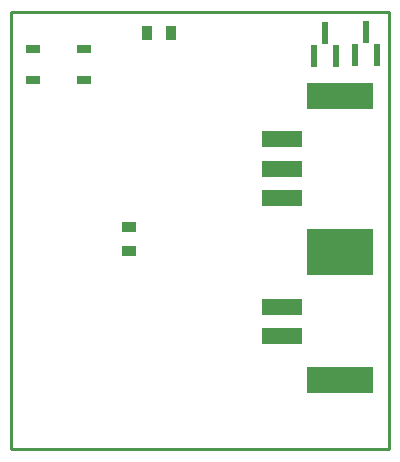
<source format=gtp>
G04*
G04 #@! TF.GenerationSoftware,Altium Limited,Altium Designer,21.1.1 (26)*
G04*
G04 Layer_Color=8421504*
%FSLAX44Y44*%
%MOMM*%
G71*
G04*
G04 #@! TF.SameCoordinates,10801997-8E17-44FE-B4C4-5EB474501812*
G04*
G04*
G04 #@! TF.FilePolarity,Positive*
G04*
G01*
G75*
%ADD15C,0.2540*%
%ADD16R,3.4036X1.3970*%
%ADD17R,5.5880X2.3114*%
%ADD18R,1.1628X0.7620*%
%ADD19R,0.5500X1.8500*%
%ADD20R,0.9000X1.2000*%
%ADD21R,1.2000X0.9000*%
D15*
X450Y-560D02*
Y369440D01*
Y-560D02*
X320450D01*
Y369440D01*
X450D02*
X320450D01*
D16*
X229606Y95450D02*
D03*
Y120450D02*
D03*
X229830Y212050D02*
D03*
X229576Y237050D02*
D03*
Y262050D02*
D03*
D17*
X278860Y57950D02*
D03*
Y157950D02*
D03*
X278830Y175050D02*
D03*
Y299050D02*
D03*
D18*
X61821Y338370D02*
D03*
Y311870D02*
D03*
X19459Y338370D02*
D03*
Y311870D02*
D03*
D19*
X266090Y352240D02*
D03*
X256590Y332740D02*
D03*
X275590D02*
D03*
X300990Y352650D02*
D03*
X291490Y333150D02*
D03*
X310490D02*
D03*
D20*
X136160Y352000D02*
D03*
X115840D02*
D03*
D21*
X100330Y167640D02*
D03*
Y187960D02*
D03*
M02*

</source>
